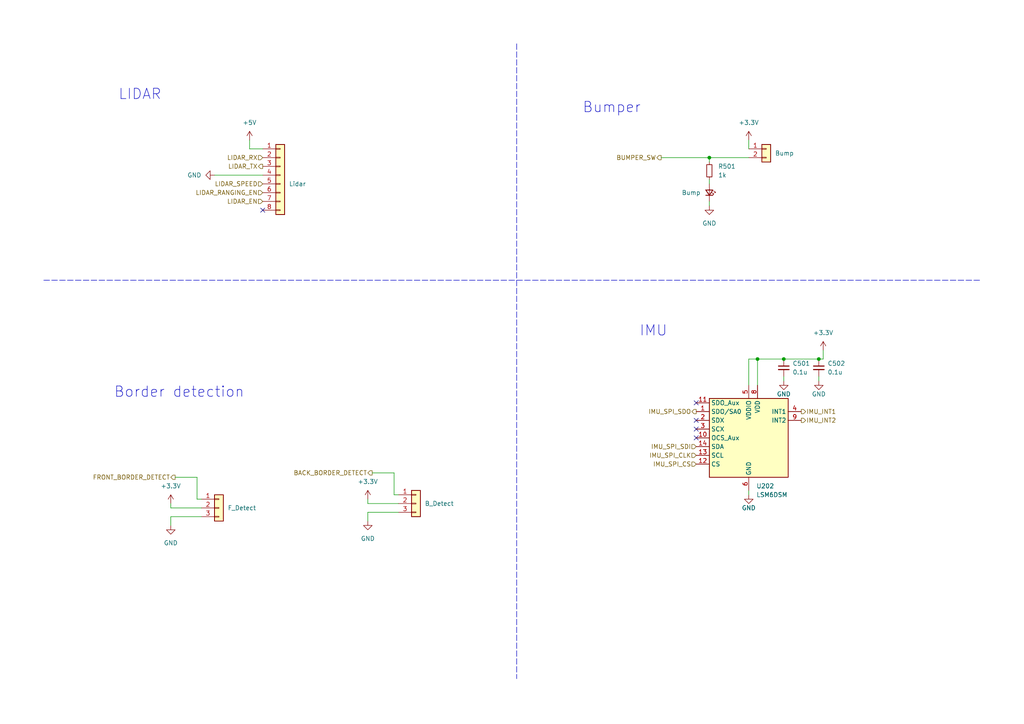
<source format=kicad_sch>
(kicad_sch (version 20230121) (generator eeschema)
  (paper "A4")
  (title_block (title "Robot chat - Sensors") (date "2023-09-19") (rev "1.0") (company "ENSEA"))
  (lib_symbols
    (symbol "Connector_Generic:Conn_01x02" (pin_names (offset 1.016) hide)
      (property "Reference" "J" (at 0 2.54 0))
      (property "Value" "Conn_01x02" (at 0 -5.08 0))
      (symbol "Conn_01x02_1_1"
        (rectangle (start -1.27 -2.413) (end 0 -2.667) (stroke (width 0.1524)))
        (rectangle (start -1.27 0.127) (end 0 -0.127) (stroke (width 0.1524)))
        (rectangle (start -1.27 1.27) (end 1.27 -3.81) (stroke (width 0.254)) (fill (type background)))
        (pin passive line (at -5.08 0 0) (length 3.81) (name "Pin_1") (number "1"))
        (pin passive line (at -5.08 -2.54 0) (length 3.81) (name "Pin_2") (number "2"))
      )
    )
    (symbol "Connector_Generic:Conn_01x03" (pin_names (offset 1.016) hide)
      (property "Reference" "J" (at 0 5.08 0))
      (property "Value" "Conn_01x03" (at 0 -5.08 0))
      (symbol "Conn_01x03_1_1"
        (rectangle (start -1.27 -2.413) (end 0 -2.667) (stroke (width 0.1524)))
        (rectangle (start -1.27 0.127) (end 0 -0.127) (stroke (width 0.1524)))
        (rectangle (start -1.27 2.667) (end 0 2.413) (stroke (width 0.1524)))
        (rectangle (start -1.27 3.81) (end 1.27 -3.81) (stroke (width 0.254)) (fill (type background)))
        (pin passive line (at -5.08 2.54 0) (length 3.81) (name "Pin_1") (number "1"))
        (pin passive line (at -5.08 0 0) (length 3.81) (name "Pin_2") (number "2"))
        (pin passive line (at -5.08 -2.54 0) (length 3.81) (name "Pin_3") (number "3"))
      )
    )
    (symbol "Connector_Generic:Conn_01x08" (pin_names (offset 1.016) hide)
      (property "Reference" "J" (at 0 10.16 0))
      (property "Value" "Conn_01x08" (at 0 -12.7 0))
      (symbol "Conn_01x08_1_1"
        (rectangle (start -1.27 -10.033) (end 0 -10.287) (stroke (width 0.1524)))
        (rectangle (start -1.27 -7.493) (end 0 -7.747) (stroke (width 0.1524)))
        (rectangle (start -1.27 -4.953) (end 0 -5.207) (stroke (width 0.1524)))
        (rectangle (start -1.27 -2.413) (end 0 -2.667) (stroke (width 0.1524)))
        (rectangle (start -1.27 0.127) (end 0 -0.127) (stroke (width 0.1524)))
        (rectangle (start -1.27 2.667) (end 0 2.413) (stroke (width 0.1524)))
        (rectangle (start -1.27 5.207) (end 0 4.953) (stroke (width 0.1524)))
        (rectangle (start -1.27 7.747) (end 0 7.493) (stroke (width 0.1524)))
        (rectangle (start -1.27 8.89) (end 1.27 -11.43) (stroke (width 0.254)) (fill (type background)))
        (pin passive line (at -5.08 7.62 0) (length 3.81) (name "Pin_1") (number "1"))
        (pin passive line (at -5.08 5.08 0) (length 3.81) (name "Pin_2") (number "2"))
        (pin passive line (at -5.08 2.54 0) (length 3.81) (name "Pin_3") (number "3"))
        (pin passive line (at -5.08 0 0) (length 3.81) (name "Pin_4") (number "4"))
        (pin passive line (at -5.08 -2.54 0) (length 3.81) (name "Pin_5") (number "5"))
        (pin passive line (at -5.08 -5.08 0) (length 3.81) (name "Pin_6") (number "6"))
        (pin passive line (at -5.08 -7.62 0) (length 3.81) (name "Pin_7") (number "7"))
        (pin passive line (at -5.08 -10.16 0) (length 3.81) (name "Pin_8") (number "8"))
      )
    )
    (symbol "Device:C_Small" (pin_numbers hide) (pin_names (offset 0.254) hide)
      (property "Reference" "C" (at 0.254 1.778 0))
      (property "Value" "C_Small" (at 0.254 -2.032 0))
      (symbol "C_Small_0_1"
        (polyline (pts (xy -1.524 -0.508) (xy 1.524 -0.508)) (stroke (width 0.3302)))
        (polyline (pts (xy -1.524 0.508) (xy 1.524 0.508)) (stroke (width 0.3048)))
      )
      (symbol "C_Small_1_1"
        (pin passive line (at 0 2.54 270) (length 2.032) (name "~") (number "1"))
        (pin passive line (at 0 -2.54 90) (length 2.032) (name "~") (number "2"))
      )
    )
    (symbol "Device:LED_Small" (pin_numbers hide) (pin_names (offset 0.254) hide)
      (property "Reference" "D" (at -1.27 3.175 0))
      (property "Value" "LED_Small" (at -4.445 -2.54 0))
      (symbol "LED_Small_0_1"
        (polyline (pts (xy -0.762 -1.016) (xy -0.762 1.016)) (stroke (width 0.254)))
        (polyline (pts (xy 1.016 0) (xy -0.762 0)))
        (polyline (pts (xy 0.762 -1.016) (xy -0.762 0) (xy 0.762 1.016) (xy 0.762 -1.016)) (stroke (width 0.254)))
        (polyline (pts (xy 0 0.762) (xy -0.508 1.27) (xy -0.254 1.27) (xy -0.508 1.27) (xy -0.508 1.016)))
        (polyline (pts (xy 0.508 1.27) (xy 0 1.778) (xy 0.254 1.778) (xy 0 1.778) (xy 0 1.524)))
      )
      (symbol "LED_Small_1_1"
        (pin passive line (at -2.54 0 0) (length 1.778) (name "K") (number "1"))
        (pin passive line (at 2.54 0 180) (length 1.778) (name "A") (number "2"))
      )
    )
    (symbol "Device:R_Small" (pin_numbers hide) (pin_names (offset 0.254) hide)
      (property "Reference" "R" (at 0.762 0.508 0))
      (property "Value" "R_Small" (at 0.762 -1.016 0))
      (symbol "R_Small_0_1"
        (rectangle (start -0.762 1.778) (end 0.762 -1.778) (stroke (width 0.2032)))
      )
      (symbol "R_Small_1_1"
        (pin passive line (at 0 2.54 270) (length 0.762) (name "~") (number "1"))
        (pin passive line (at 0 -2.54 90) (length 0.762) (name "~") (number "2"))
      )
    )
    (symbol "Sensor_Motion:LSM6DSM"
      (property "Reference" "U" (at -11.43 15.24 0))
      (property "Value" "LSM6DSM" (at -11.43 12.7 0))
      (symbol "LSM6DSM_0_1"
        (rectangle (start 11.43 11.43) (end -11.43 -11.43) (stroke (width 0.254)) (fill (type background)))
      )
      (symbol "LSM6DSM_1_1"
        (pin bidirectional line (at -15.24 7.62 0) (length 3.81) (name "SDO/SA0") (number "1"))
        (pin passive line (at -15.24 0 0) (length 3.81) (name "OCS_Aux") (number "10"))
        (pin bidirectional line (at -15.24 10.16 0) (length 3.81) (name "SDO_Aux") (number "11"))
        (pin input line (at -15.24 -7.62 0) (length 3.81) (name "CS") (number "12"))
        (pin input line (at -15.24 -5.08 0) (length 3.81) (name "SCL") (number "13"))
        (pin bidirectional line (at -15.24 -2.54 0) (length 3.81) (name "SDA") (number "14"))
        (pin bidirectional line (at -15.24 5.08 0) (length 3.81) (name "SDX") (number "2"))
        (pin input line (at -15.24 2.54 0) (length 3.81) (name "SCX") (number "3"))
        (pin output line (at 15.24 7.62 180) (length 3.81) (name "INT1") (number "4"))
        (pin power_in line (at 0 15.24 270) (length 3.81) (name "VDDIO") (number "5"))
        (pin power_in line (at 0 -15.24 90) (length 3.81) (name "GND") (number "6"))
        (pin passive line (at 0 -15.24 90) (length 3.81) hide (name "GND") (number "7"))
        (pin power_in line (at 2.54 15.24 270) (length 3.81) (name "VDD") (number "8"))
        (pin output line (at 15.24 5.08 180) (length 3.81) (name "INT2") (number "9"))
      )
    )
    (symbol "power:+3.3V" (power) (pin_names (offset 0))
      (property "Value" "+3.3V" (at 0 3.556 0))
      (symbol "+3.3V_0_1"
        (polyline (pts (xy -0.762 1.27) (xy 0 2.54)))
        (polyline (pts (xy 0 0) (xy 0 2.54)))
        (polyline (pts (xy 0 2.54) (xy 0.762 1.27)))
      )
      (symbol "+3.3V_1_1"
        (pin power_in line (at 0 0 90) (length 0) hide (name "+3.3V") (number "1"))
      )
    )
    (symbol "power:+5V" (power) (pin_names (offset 0))
      (property "Value" "+5V" (at 0 3.556 0))
      (symbol "+5V_0_1"
        (polyline (pts (xy -0.762 1.27) (xy 0 2.54)))
        (polyline (pts (xy 0 0) (xy 0 2.54)))
        (polyline (pts (xy 0 2.54) (xy 0.762 1.27)))
      )
      (symbol "+5V_1_1"
        (pin power_in line (at 0 0 90) (length 0) hide (name "+5V") (number "1"))
      )
    )
    (symbol "power:GND" (power) (pin_names (offset 0))
      (property "Value" "GND" (at 0 -3.81 0))
      (symbol "GND_0_1"
        (polyline (pts (xy 0 0) (xy 0 -1.27) (xy 1.27 -1.27) (xy 0 -2.54) (xy -1.27 -1.27) (xy 0 -1.27)))
      )
      (symbol "GND_1_1"
        (pin power_in line (at 0 0 270) (length 0) hide (name "GND") (number "1"))
      )
    )
  )
  (junction (at 205.74 45.72))
  (junction (at 219.71 104.14))
  (junction (at 237.49 104.14))
  (junction (at 227.33 104.14))
  (no_connect (at 76.2 60.96))
  (no_connect (at 201.93 116.84))
  (no_connect (at 201.93 121.92))
  (no_connect (at 201.93 127))
  (no_connect (at 201.93 124.46))
  (wire (pts (xy 106.68 148.59) (xy 115.57 148.59)))
  (wire (pts (xy 205.74 45.72) (xy 217.17 45.72)))
  (wire (pts (xy 205.74 53.34) (xy 205.74 52.07)))
  (wire (pts (xy 219.71 104.14) (xy 217.17 104.14)))
  (wire (pts (xy 49.53 147.32) (xy 49.53 146.05)))
  (wire (pts (xy 114.3 143.51) (xy 114.3 137.16)))
  (wire (pts (xy 106.68 151.13) (xy 106.68 148.59)))
  (wire (pts (xy 115.57 143.51) (xy 114.3 143.51)))
  (wire (pts (xy 227.33 104.14) (xy 237.49 104.14)))
  (wire (pts (xy 62.23 50.8) (xy 76.2 50.8)))
  (wire (pts (xy 57.15 138.43) (xy 50.8 138.43)))
  (wire (pts (xy 205.74 59.69) (xy 205.74 58.42)))
  (wire (pts (xy 49.53 152.4) (xy 49.53 149.86)))
  (wire (pts (xy 106.68 146.05) (xy 106.68 144.78)))
  (polyline (pts (xy 149.86 81.28) (xy 284.48 81.28)) (stroke (width 0) (type dash)))
  (wire (pts (xy 58.42 147.32) (xy 49.53 147.32)))
  (polyline (pts (xy 149.86 81.28) (xy 149.86 196.85)) (stroke (width 0) (type dash)))
  (wire (pts (xy 205.74 46.99) (xy 205.74 45.72)))
  (wire (pts (xy 217.17 143.51) (xy 217.17 142.24)))
  (wire (pts (xy 227.33 104.14) (xy 219.71 104.14)))
  (wire (pts (xy 217.17 104.14) (xy 217.17 111.76)))
  (wire (pts (xy 217.17 40.64) (xy 217.17 43.18)))
  (wire (pts (xy 219.71 104.14) (xy 219.71 111.76)))
  (wire (pts (xy 227.33 110.49) (xy 227.33 109.22)))
  (wire (pts (xy 238.76 104.14) (xy 237.49 104.14)))
  (wire (pts (xy 191.77 45.72) (xy 205.74 45.72)))
  (wire (pts (xy 58.42 144.78) (xy 57.15 144.78)))
  (wire (pts (xy 238.76 101.6) (xy 238.76 104.14)))
  (wire (pts (xy 114.3 137.16) (xy 107.95 137.16)))
  (wire (pts (xy 115.57 146.05) (xy 106.68 146.05)))
  (wire (pts (xy 237.49 110.49) (xy 237.49 109.22)))
  (wire (pts (xy 72.39 40.64) (xy 72.39 43.18)))
  (wire (pts (xy 72.39 43.18) (xy 76.2 43.18)))
  (wire (pts (xy 49.53 149.86) (xy 58.42 149.86)))
  (polyline (pts (xy 12.7 81.28) (xy 149.86 81.28)) (stroke (width 0) (type dash)))
  (polyline (pts (xy 149.86 12.7) (xy 149.86 81.28)) (stroke (width 0) (type dash)))
  (wire (pts (xy 57.15 144.78) (xy 57.15 138.43)))
  (text "LIDAR" (at 34.29 29.21 0) (effects (font (size 3 3)) (justify left bottom)))
  (text "Bumper\n" (at 168.91 33.02 0) (effects (font (size 3 3)) (justify left bottom)))
  (text "IMU" (at 185.42 97.79 0) (effects (font (size 3 3)) (justify left bottom)))
  (text "Border detection" (at 33.02 115.57 0) (effects (font (size 3 3)) (justify left bottom)))
  (hierarchical_label "BACK_BORDER_DETECT" (shape output) (at 107.95 137.16 180))
  (hierarchical_label "IMU_INT2" (shape output) (at 232.41 121.92 0))
  (hierarchical_label "BUMPER_SW" (shape output) (at 191.77 45.72 180))
  (hierarchical_label "IMU_INT1" (shape output) (at 232.41 119.38 0))
  (hierarchical_label "FRONT_BORDER_DETECT" (shape output) (at 50.8 138.43 180))
  (hierarchical_label "LIDAR_EN" (shape input) (at 76.2 58.42 180))
  (hierarchical_label "IMU_SPI_SDO" (shape output) (at 201.93 119.38 180))
  (hierarchical_label "LIDAR_RX" (shape input) (at 76.2 45.72 180))
  (hierarchical_label "LIDAR_TX" (shape output) (at 76.2 48.26 180))
  (hierarchical_label "IMU_SPI_SDI" (shape input) (at 201.93 129.54 180))
  (hierarchical_label "LIDAR_RANGING_EN" (shape input) (at 76.2 55.88 180))
  (hierarchical_label "IMU_SPI_CLK" (shape input) (at 201.93 132.08 180))
  (hierarchical_label "LIDAR_SPEED" (shape input) (at 76.2 53.34 180))
  (hierarchical_label "IMU_SPI_CS" (shape input) (at 201.93 134.62 180))
  (symbol (lib_id "power:GND") (at 62.23 50.8 270) (unit 1)
    (property "Reference" "#PWR0502" (effects hide))
    (property "Value" "GND" (at 58.42 50.8 90) (effects (justify right)))
  )
  (symbol (lib_id "power:GND") (at 227.33 110.49 0) (unit 1)
    (property "Reference" "#PWR0506" (effects hide))
    (property "Value" "GND" (at 227.33 114.3 0))
  )
  (symbol (lib_id "power:GND") (at 106.68 151.13 0) (unit 1)
    (property "Reference" "#PWR0511" (effects hide))
    (property "Value" "GND" (at 106.68 156.21 0))
  )
  (symbol (lib_id "Sensor_Motion:LSM6DSM") (at 217.17 127 0) (unit 1)
    (property "Reference" "U202" (at 219.3641 140.97 0) (effects (justify left)))
    (property "Value" "LSM6DSM" (at 219.3641 143.51 0) (effects (justify left)))
    (property "Footprint" "Package_LGA:LGA-14_3x2.5mm_P0.5mm_LayoutBorder3x4y" (effects hide))
    (property "Datasheet" "https://www.st.com/resource/en/datasheet/lsm6dsm.pdf" (effects hide))
    (instances (project "robot_chat" (path "" (reference "U202") (unit 1)) (path "" (reference "U501") (unit 1))))
  )
  (symbol (lib_id "power:GND") (at 49.53 152.4 0) (unit 1)
    (property "Reference" "#PWR0512" (effects hide))
    (property "Value" "GND" (at 49.53 157.48 0))
  )
  (symbol (lib_id "Connector_Generic:Conn_01x03") (at 120.65 146.05 0) (unit 1)
    (property "Reference" "J503" (effects hide))
    (property "Value" "B_Detect" (at 123.19 146.05 0) (effects (justify left)))
    (property "Footprint" "Connector_JST:JST_XH_S3B-XH-A_1x03_P2.50mm_Horizontal" (effects hide))
  )
  (symbol (lib_id "power:+3.3V") (at 49.53 146.05 0) (unit 1)
    (property "Reference" "#PWR0510" (effects hide))
    (property "Value" "+3.3V" (at 49.53 140.97 0))
  )
  (symbol (lib_id "Device:C_Small") (at 237.49 106.68 0) (unit 1)
    (property "Reference" "C502" (at 240.03 105.4163 0) (effects (justify left)))
    (property "Value" "0.1u" (at 240.03 107.9563 0) (effects (justify left)))
    (property "Footprint" "Capacitor_SMD:C_0402_1005Metric" (effects hide))
  )
  (symbol (lib_id "power:+3.3V") (at 238.76 101.6 0) (unit 1)
    (property "Reference" "#PWR0505" (effects hide))
    (property "Value" "+3.3V" (at 238.76 96.52 0))
  )
  (symbol (lib_id "power:GND") (at 205.74 59.69 0) (unit 1)
    (property "Reference" "#PWR0504" (effects hide))
    (property "Value" "GND" (at 205.74 64.77 0))
  )
  (symbol (lib_id "power:+5V") (at 72.39 40.64 0) (unit 1)
    (property "Reference" "#PWR0501" (effects hide))
    (property "Value" "+5V" (at 72.39 35.56 0))
  )
  (symbol (lib_id "power:+3.3V") (at 217.17 40.64 0) (unit 1)
    (property "Reference" "#PWR0503" (effects hide))
    (property "Value" "+3.3V" (at 217.17 35.56 0))
  )
  (symbol (lib_id "Device:R_Small") (at 205.74 49.53 180) (unit 1)
    (property "Reference" "R501" (at 208.28 48.26 0) (effects (justify right)))
    (property "Value" "1k" (at 208.28 50.8 0) (effects (justify right)))
    (property "Footprint" "Resistor_SMD:R_0603_1608Metric" (effects hide))
  )
  (symbol (lib_id "Connector_Generic:Conn_01x08") (at 81.28 50.8 0) (unit 1)
    (property "Reference" "J502" (effects hide))
    (property "Value" "Lidar" (at 83.82 53.34 0) (effects (justify left)))
    (property "Footprint" "Connector_JST:JST_XH_S8B-XH-A_1x08_P2.50mm_Horizontal" (effects hide))
  )
  (symbol (lib_id "Connector_Generic:Conn_01x02") (at 222.25 43.18 0) (unit 1)
    (property "Reference" "J501" (effects hide))
    (property "Value" "Bump" (at 224.79 44.45 0) (effects (justify left)))
    (property "Footprint" "Connector_JST:JST_XH_S2B-XH-A_1x02_P2.50mm_Horizontal" (effects hide))
  )
  (symbol (lib_id "power:GND") (at 217.17 143.51 0) (unit 1)
    (property "Reference" "#PWR0508" (effects hide))
    (property "Value" "GND" (at 217.17 147.32 0))
  )
  (symbol (lib_id "power:GND") (at 237.49 110.49 0) (unit 1)
    (property "Reference" "#PWR0507" (effects hide))
    (property "Value" "GND" (at 237.49 114.3 0))
  )
  (symbol (lib_id "Connector_Generic:Conn_01x03") (at 63.5 147.32 0) (unit 1)
    (property "Reference" "J504" (effects hide))
    (property "Value" "F_Detect" (at 66.04 147.32 0) (effects (justify left)))
    (property "Footprint" "Connector_JST:JST_XH_S3B-XH-A_1x03_P2.50mm_Horizontal" (effects hide))
  )
  (symbol (lib_id "power:+3.3V") (at 106.68 144.78 0) (unit 1)
    (property "Reference" "#PWR0509" (effects hide))
    (property "Value" "+3.3V" (at 106.68 139.7 0))
  )
  (symbol (lib_id "Device:C_Small") (at 227.33 106.68 0) (unit 1)
    (property "Reference" "C501" (at 229.87 105.4163 0) (effects (justify left)))
    (property "Value" "0.1u" (at 229.87 107.9563 0) (effects (justify left)))
    (property "Footprint" "Capacitor_SMD:C_0402_1005Metric" (effects hide))
  )
  (symbol (lib_id "Device:LED_Small") (at 205.74 55.88 270) (mirror x) (unit 1)
    (property "Reference" "D501" (effects hide))
    (property "Value" "Bump" (at 203.2 55.88 90) (effects (justify right)))
    (property "Footprint" "LED_SMD:LED_0603_1608Metric" (effects hide))
  )
)
</source>
